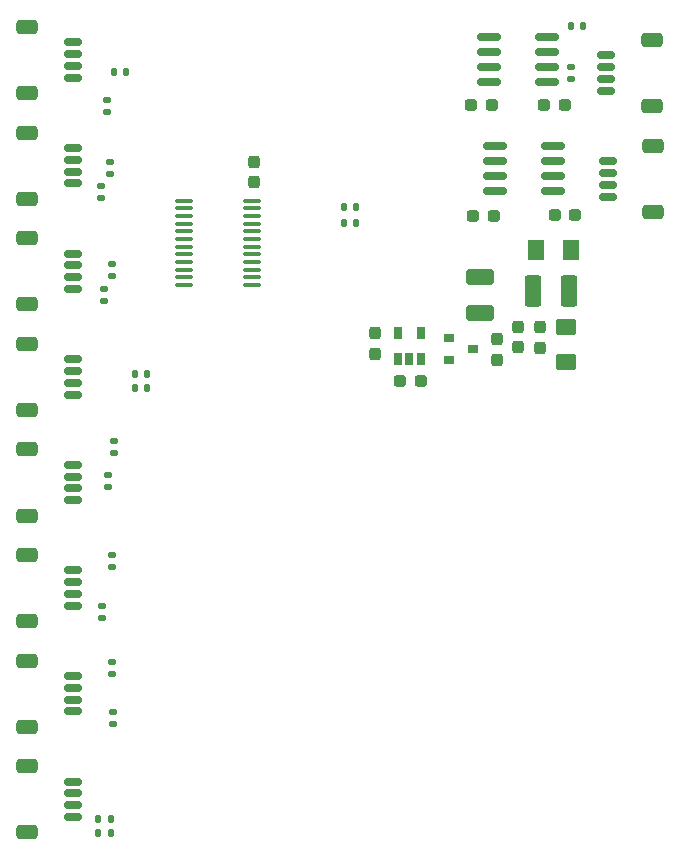
<source format=gbr>
%TF.GenerationSoftware,KiCad,Pcbnew,(6.0.4-0)*%
%TF.CreationDate,2022-09-09T16:16:13-06:00*%
%TF.ProjectId,i2c_mux,6932635f-6d75-4782-9e6b-696361645f70,rev?*%
%TF.SameCoordinates,Original*%
%TF.FileFunction,Paste,Top*%
%TF.FilePolarity,Positive*%
%FSLAX46Y46*%
G04 Gerber Fmt 4.6, Leading zero omitted, Abs format (unit mm)*
G04 Created by KiCad (PCBNEW (6.0.4-0)) date 2022-09-09 16:16:13*
%MOMM*%
%LPD*%
G01*
G04 APERTURE LIST*
G04 Aperture macros list*
%AMRoundRect*
0 Rectangle with rounded corners*
0 $1 Rounding radius*
0 $2 $3 $4 $5 $6 $7 $8 $9 X,Y pos of 4 corners*
0 Add a 4 corners polygon primitive as box body*
4,1,4,$2,$3,$4,$5,$6,$7,$8,$9,$2,$3,0*
0 Add four circle primitives for the rounded corners*
1,1,$1+$1,$2,$3*
1,1,$1+$1,$4,$5*
1,1,$1+$1,$6,$7*
1,1,$1+$1,$8,$9*
0 Add four rect primitives between the rounded corners*
20,1,$1+$1,$2,$3,$4,$5,0*
20,1,$1+$1,$4,$5,$6,$7,0*
20,1,$1+$1,$6,$7,$8,$9,0*
20,1,$1+$1,$8,$9,$2,$3,0*%
G04 Aperture macros list end*
%ADD10RoundRect,0.237500X-0.237500X0.287500X-0.237500X-0.287500X0.237500X-0.287500X0.237500X0.287500X0*%
%ADD11RoundRect,0.150000X-0.625000X0.150000X-0.625000X-0.150000X0.625000X-0.150000X0.625000X0.150000X0*%
%ADD12RoundRect,0.250000X-0.650000X0.350000X-0.650000X-0.350000X0.650000X-0.350000X0.650000X0.350000X0*%
%ADD13RoundRect,0.150000X0.625000X-0.150000X0.625000X0.150000X-0.625000X0.150000X-0.625000X-0.150000X0*%
%ADD14RoundRect,0.250000X0.650000X-0.350000X0.650000X0.350000X-0.650000X0.350000X-0.650000X-0.350000X0*%
%ADD15RoundRect,0.250001X-0.462499X-0.624999X0.462499X-0.624999X0.462499X0.624999X-0.462499X0.624999X0*%
%ADD16RoundRect,0.250001X0.624999X-0.462499X0.624999X0.462499X-0.624999X0.462499X-0.624999X-0.462499X0*%
%ADD17RoundRect,0.250000X0.925000X-0.412500X0.925000X0.412500X-0.925000X0.412500X-0.925000X-0.412500X0*%
%ADD18RoundRect,0.250001X0.462499X1.074999X-0.462499X1.074999X-0.462499X-1.074999X0.462499X-1.074999X0*%
%ADD19R,0.900000X0.800000*%
%ADD20RoundRect,0.237500X0.237500X-0.287500X0.237500X0.287500X-0.237500X0.287500X-0.237500X-0.287500X0*%
%ADD21R,0.650000X1.060000*%
%ADD22RoundRect,0.237500X0.287500X0.237500X-0.287500X0.237500X-0.287500X-0.237500X0.287500X-0.237500X0*%
%ADD23RoundRect,0.237500X-0.287500X-0.237500X0.287500X-0.237500X0.287500X0.237500X-0.287500X0.237500X0*%
%ADD24RoundRect,0.150000X0.825000X0.150000X-0.825000X0.150000X-0.825000X-0.150000X0.825000X-0.150000X0*%
%ADD25RoundRect,0.135000X-0.135000X-0.185000X0.135000X-0.185000X0.135000X0.185000X-0.135000X0.185000X0*%
%ADD26RoundRect,0.135000X0.135000X0.185000X-0.135000X0.185000X-0.135000X-0.185000X0.135000X-0.185000X0*%
%ADD27RoundRect,0.135000X-0.185000X0.135000X-0.185000X-0.135000X0.185000X-0.135000X0.185000X0.135000X0*%
%ADD28RoundRect,0.135000X0.185000X-0.135000X0.185000X0.135000X-0.185000X0.135000X-0.185000X-0.135000X0*%
%ADD29RoundRect,0.100000X-0.637500X-0.100000X0.637500X-0.100000X0.637500X0.100000X-0.637500X0.100000X0*%
G04 APERTURE END LIST*
D10*
%TO.C,C1*%
X108500000Y-72525000D03*
X108500000Y-74275000D03*
%TD*%
D11*
%TO.C,J2*%
X93100000Y-89242857D03*
X93100000Y-90242857D03*
X93100000Y-91242857D03*
X93100000Y-92242857D03*
D12*
X89225000Y-93542857D03*
X89225000Y-87942857D03*
%TD*%
D11*
%TO.C,J4*%
X93100000Y-80300000D03*
X93100000Y-81300000D03*
X93100000Y-82300000D03*
X93100000Y-83300000D03*
D12*
X89225000Y-84600000D03*
X89225000Y-79000000D03*
%TD*%
D11*
%TO.C,J6*%
X93100000Y-71357143D03*
X93100000Y-72357143D03*
X93100000Y-73357143D03*
X93100000Y-74357143D03*
D12*
X89225000Y-70057143D03*
X89225000Y-75657143D03*
%TD*%
D11*
%TO.C,J8*%
X93100000Y-62414286D03*
X93100000Y-63414286D03*
X93100000Y-64414286D03*
X93100000Y-65414286D03*
D12*
X89225000Y-61114286D03*
X89225000Y-66714286D03*
%TD*%
D13*
%TO.C,J10*%
X138300000Y-66500000D03*
X138300000Y-65500000D03*
X138300000Y-64500000D03*
X138300000Y-63500000D03*
D14*
X142175000Y-62200000D03*
X142175000Y-67800000D03*
%TD*%
D15*
%TO.C,C2*%
X132312500Y-80000000D03*
X135287500Y-80000000D03*
%TD*%
D16*
%TO.C,C3*%
X134900000Y-89487500D03*
X134900000Y-86512500D03*
%TD*%
D10*
%TO.C,C4*%
X132700000Y-86525000D03*
X132700000Y-88275000D03*
%TD*%
D17*
%TO.C,C6*%
X127600000Y-85337500D03*
X127600000Y-82262500D03*
%TD*%
D10*
%TO.C,C8*%
X118700000Y-87025000D03*
X118700000Y-88775000D03*
%TD*%
D18*
%TO.C,L1*%
X135087500Y-83500000D03*
X132112500Y-83500000D03*
%TD*%
D19*
%TO.C,Q1*%
X125000000Y-87450000D03*
X125000000Y-89350000D03*
X127000000Y-88400000D03*
%TD*%
D20*
%TO.C,R21*%
X129000000Y-89275000D03*
X129000000Y-87525000D03*
%TD*%
D21*
%TO.C,U2*%
X120660000Y-89210000D03*
X121610000Y-89210000D03*
X122560000Y-89210000D03*
X122560000Y-87010000D03*
X120660000Y-87010000D03*
%TD*%
D22*
%TO.C,C7*%
X122575000Y-91100000D03*
X120825000Y-91100000D03*
%TD*%
D23*
%TO.C,C9*%
X133025000Y-67700000D03*
X134775000Y-67700000D03*
%TD*%
%TO.C,C11*%
X126825000Y-67700000D03*
X128575000Y-67700000D03*
%TD*%
%TO.C,C12*%
X127025000Y-77100000D03*
X128775000Y-77100000D03*
%TD*%
%TO.C,C10*%
X133925000Y-77000000D03*
X135675000Y-77000000D03*
%TD*%
D13*
%TO.C,J9*%
X138400000Y-75500000D03*
X138400000Y-74500000D03*
X138400000Y-73500000D03*
X138400000Y-72500000D03*
D14*
X142275000Y-76800000D03*
X142275000Y-71200000D03*
%TD*%
D10*
%TO.C,C5*%
X130800000Y-86500000D03*
X130800000Y-88250000D03*
%TD*%
D24*
%TO.C,U4*%
X133775000Y-75005000D03*
X133775000Y-73735000D03*
X133775000Y-72465000D03*
X133775000Y-71195000D03*
X128825000Y-71195000D03*
X128825000Y-72465000D03*
X128825000Y-73735000D03*
X128825000Y-75005000D03*
%TD*%
D25*
%TO.C,R18*%
X116080000Y-76400000D03*
X117100000Y-76400000D03*
%TD*%
D26*
%TO.C,R19*%
X136320000Y-61000000D03*
X135300000Y-61000000D03*
%TD*%
D27*
%TO.C,R14*%
X95500000Y-74600000D03*
X95500000Y-75620000D03*
%TD*%
D28*
%TO.C,R12*%
X96300000Y-73610000D03*
X96300000Y-72590000D03*
%TD*%
D11*
%TO.C,J3*%
X93100000Y-116071428D03*
X93100000Y-117071428D03*
X93100000Y-118071428D03*
X93100000Y-119071428D03*
D12*
X89225000Y-120371428D03*
X89225000Y-114771428D03*
%TD*%
D24*
%TO.C,U3*%
X133275000Y-65805000D03*
X133275000Y-64535000D03*
X133275000Y-63265000D03*
X133275000Y-61995000D03*
X128325000Y-61995000D03*
X128325000Y-63265000D03*
X128325000Y-64535000D03*
X128325000Y-65805000D03*
%TD*%
D25*
%TO.C,R2*%
X95290000Y-128200000D03*
X96310000Y-128200000D03*
%TD*%
D27*
%TO.C,R11*%
X96100000Y-99090000D03*
X96100000Y-100110000D03*
%TD*%
D11*
%TO.C,J1*%
X93100000Y-125014286D03*
X93100000Y-126014286D03*
X93100000Y-127014286D03*
X93100000Y-128014286D03*
D12*
X89225000Y-129314286D03*
X89225000Y-123714286D03*
%TD*%
D27*
%TO.C,R20*%
X135300000Y-64480000D03*
X135300000Y-65500000D03*
%TD*%
D25*
%TO.C,R16*%
X96590000Y-64900000D03*
X97610000Y-64900000D03*
%TD*%
%TO.C,R17*%
X116080000Y-77700000D03*
X117100000Y-77700000D03*
%TD*%
D27*
%TO.C,R8*%
X95800000Y-83280000D03*
X95800000Y-84300000D03*
%TD*%
D28*
%TO.C,R5*%
X96400000Y-115910000D03*
X96400000Y-114890000D03*
%TD*%
%TO.C,R10*%
X96400000Y-82210000D03*
X96400000Y-81190000D03*
%TD*%
D25*
%TO.C,R4*%
X98380000Y-91700000D03*
X99400000Y-91700000D03*
%TD*%
D29*
%TO.C,U1*%
X102537500Y-75825000D03*
X102537500Y-76475000D03*
X102537500Y-77125000D03*
X102537500Y-77775000D03*
X102537500Y-78425000D03*
X102537500Y-79075000D03*
X102537500Y-79725000D03*
X102537500Y-80375000D03*
X102537500Y-81025000D03*
X102537500Y-81675000D03*
X102537500Y-82325000D03*
X102537500Y-82975000D03*
X108262500Y-82975000D03*
X108262500Y-82325000D03*
X108262500Y-81675000D03*
X108262500Y-81025000D03*
X108262500Y-80375000D03*
X108262500Y-79725000D03*
X108262500Y-79075000D03*
X108262500Y-78425000D03*
X108262500Y-77775000D03*
X108262500Y-77125000D03*
X108262500Y-76475000D03*
X108262500Y-75825000D03*
%TD*%
D27*
%TO.C,R3*%
X96500000Y-119080000D03*
X96500000Y-120100000D03*
%TD*%
%TO.C,R7*%
X95600000Y-110180000D03*
X95600000Y-111200000D03*
%TD*%
D28*
%TO.C,R9*%
X96400000Y-106810000D03*
X96400000Y-105790000D03*
%TD*%
D25*
%TO.C,R1*%
X95290000Y-129400000D03*
X96310000Y-129400000D03*
%TD*%
D28*
%TO.C,R13*%
X96600000Y-97210000D03*
X96600000Y-96190000D03*
%TD*%
D25*
%TO.C,R6*%
X98390000Y-90500000D03*
X99410000Y-90500000D03*
%TD*%
D11*
%TO.C,J5*%
X93100000Y-107128571D03*
X93100000Y-108128571D03*
X93100000Y-109128571D03*
X93100000Y-110128571D03*
D12*
X89225000Y-111428571D03*
X89225000Y-105828571D03*
%TD*%
D27*
%TO.C,R15*%
X96000000Y-67290000D03*
X96000000Y-68310000D03*
%TD*%
D11*
%TO.C,J7*%
X93100000Y-98185714D03*
X93100000Y-99185714D03*
X93100000Y-100185714D03*
X93100000Y-101185714D03*
D12*
X89225000Y-102485714D03*
X89225000Y-96885714D03*
%TD*%
M02*

</source>
